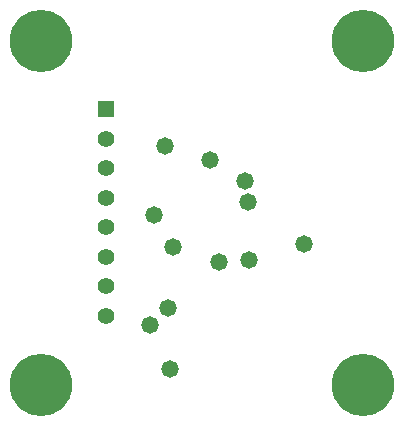
<source format=gbs>
G04*
G04 #@! TF.GenerationSoftware,Altium Limited,Altium Designer,25.8.1 (18)*
G04*
G04 Layer_Color=16711935*
%FSLAX25Y25*%
%MOIN*%
G70*
G04*
G04 #@! TF.SameCoordinates,43C0CF26-5D00-403A-8535-6070E817F6AF*
G04*
G04*
G04 #@! TF.FilePolarity,Negative*
G04*
G01*
G75*
%ADD33C,0.05512*%
%ADD34R,0.05512X0.05512*%
%ADD35C,0.05800*%
%ADD36C,0.20800*%
D33*
X141583Y265106D02*
D03*
Y255264D02*
D03*
Y245421D02*
D03*
Y235579D02*
D03*
Y225736D02*
D03*
Y215894D02*
D03*
Y206051D02*
D03*
D34*
Y274949D02*
D03*
D35*
X164000Y229000D02*
D03*
X157677Y239677D02*
D03*
X176500Y258000D02*
D03*
X189000Y244000D02*
D03*
X188000Y251000D02*
D03*
X189500Y224500D02*
D03*
X207850Y230009D02*
D03*
X161500Y262500D02*
D03*
X162500Y208500D02*
D03*
X156500Y203000D02*
D03*
X162891Y188416D02*
D03*
X179500Y224000D02*
D03*
D36*
X120000Y183071D02*
D03*
Y297500D02*
D03*
X227500Y183071D02*
D03*
Y297500D02*
D03*
M02*

</source>
